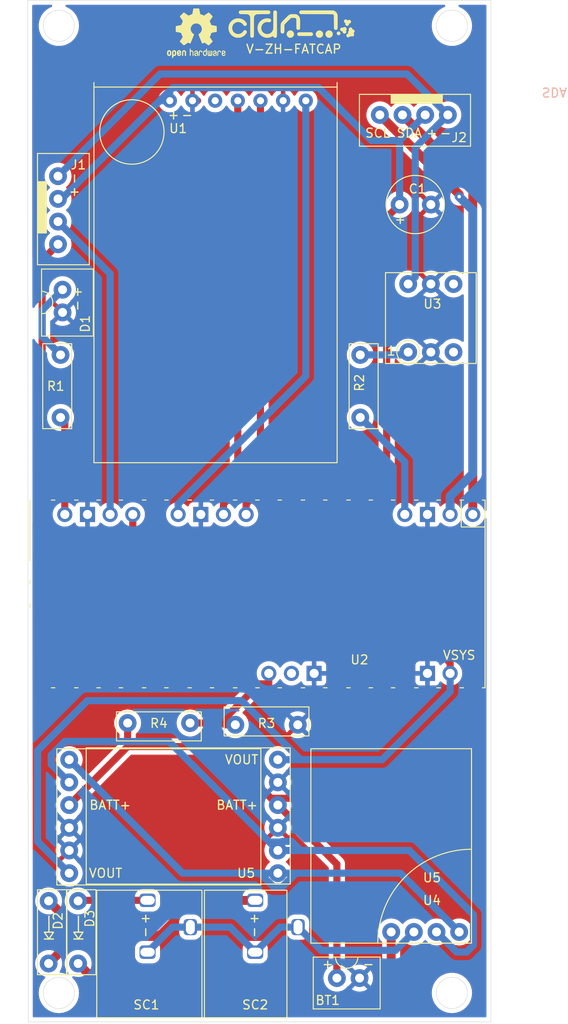
<source format=kicad_pcb>
(kicad_pcb (version 20211014) (generator pcbnew)
  (layers (0 "F.Cu" signal) (31 "B.Cu" signal) (34 "B.Paste" user) (35 "F.Paste" user) (36 "B.SilkS" user "B.Silkscreen") (37 "F.SilkS" user "F.Silkscreen") (38 "B.Mask" user) (39 "F.Mask" user) (44 "Edge.Cuts" user))
  (net 0 "")
  (net 1 "Net-(BT1-Pad1)")
  (net 2 "GND")
  (net 3 "VSYS")
  (net 4 "Net-(D1-Pad2)")
  (net 5 "Net-(D2-Pad1)")
  (net 6 "Net-(D2-Pad2)")
  (net 7 "Net-(D3-Pad2)")
  (net 8 "SSR")
  (net 9 "Net-(J1-Pad3)")
  (net 10 "Net-(J1-Pad4)")
  (net 11 "SDA")
  (net 12 "SCL")
  (net 13 "Net-(R1-Pad2)")
  (net 14 "Net-(R2-Pad1)")
  (net 15 "Net-(R2-Pad2)")
  (net 16 "Net-(R3-Pad2)")
  (net 17 "sol_gnd")
  (net 19 "Net-(U1-Pad4)")
  (net 20 "Net-(U1-Pad5)")
  (net 21 "Net-(U1-Pad7)")
  (net 22 "Net-(U4-Pad1)")
  (net 23 "Net-(U4-Pad2)")
  (footprint "PCB:CHRG1" (layer "F.Cu") (at 113.778 163.068 90)
    (fp_text reference "U5" (at 0 19.826 unlocked) (layer "F.SilkS"))
    (fp_text value "LIPO-Charging-Chip")
    (pad "1" thru_hole circle (at 0 0 90) (size 2 2) (drill 1) (layers *.Cu *.Mask) (net 3 "VSYS"))
    (pad "2" thru_hole circle (at 2.54 0 90) (size 2 2) (drill 1) (layers *.Cu *.Mask) (net 2 "GND"))
    (pad "3" thru_hole circle (at 5.08 0 90) (size 2 2) (drill 1) (layers *.Cu *.Mask) (net 2 "GND"))
    (pad "4" thru_hole circle (at 7.62 0 90) (size 2 2) (drill 1) (layers *.Cu *.Mask) (net 1 "Net-(BT1-Pad1)"))
    (pad "5" thru_hole circle (at 10.16 0 90) (size 2 2) (drill 1) (layers *.Cu *.Mask) (net 23 "Net-(U4-Pad2)"))
    (pad "6" thru_hole circle (at 12.7 0 90) (size 2 2) (drill 1) (layers *.Cu *.Mask) (net 22 "Net-(U4-Pad1)"))
  )
  (footprint "PCB:SIM800" (layer "F.Cu") (at 125.05 76.645 90)
    (fp_text reference "U1" (at -3.111 0.934 180) (layer "F.SilkS"))
    (fp_text value "SIM800L")
    (pad "1" thru_hole oval (at 0 0 90) (size 1.6 1.6) (drill 0.8) (layers *.Cu *.Mask) (net 3 "VSYS"))
    (pad "2" thru_hole oval (at 0 2.54 90) (size 1.6 1.6) (drill 0.8) (layers *.Cu *.Mask) (net 2 "GND"))
    (pad "3" thru_hole oval (at 0 5.08 90) (size 1.6 1.6) (drill 0.8) (layers *.Cu *.Mask))
    (pad "4" thru_hole oval (at 0 7.62 90) (size 1.6 1.6) (drill 0.8) (layers *.Cu *.Mask) (net 19 "Net-(U1-Pad4)"))
    (pad "5" thru_hole oval (at 0 10.16 90) (size 1.6 1.6) (drill 0.8) (layers *.Cu *.Mask) (net 20 "Net-(U1-Pad5)"))
    (pad "6" thru_hole oval (at 0 12.7 90) (size 1.6 1.6) (drill 0.8) (layers *.Cu *.Mask) (net 2 "GND"))
    (pad "7" thru_hole oval (at 0 15.24 90) (size 1.6 1.6) (drill 0.8) (layers *.Cu *.Mask) (net 21 "Net-(U1-Pad7)"))
  )
  (footprint "PCB:JST-2-M" (layer "F.Cu") (at 141.125 172.455)
    (fp_text reference "BT1" (at 1.623 4.837) (layer "F.SilkS"))
    (fp_text value "Battery")
    (pad "1" thru_hole circle (at 2.65 2.35) (size 2 2) (drill 1) (layers *.Cu *.Mask) (net 1 "Net-(BT1-Pad1)"))
    (pad "2" thru_hole circle (at 5.19 2.35) (size 2 2) (drill 1) (layers *.Cu *.Mask) (net 2 "GND"))
  )
  (footprint "PCB:2155 Connector" (layer "F.Cu") (at 134.62 179.705 90)
    (fp_text reference "SC2" (at 1.905 0 unlocked) (layer "F.SilkS"))
    (fp_text value "Solar_Cell")
    (pad "1" thru_hole roundrect (at 13.6 0 90) (size 1.5 1.8) (drill oval 1 1.6) (layers *.Cu *.Mask) (net 7 "Net-(D3-Pad2)"))
    (pad "GND" thru_hole roundrect (at 10.6 4.8 90) (size 1.8 1.5) (drill oval 1.6 1) (layers *.Cu *.Mask) (net 17 "sol_gnd"))
    (pad "GND" thru_hole roundrect (at 7.8 0 90) (size 1.5 1.8) (drill oval 1 1.6) (layers *.Cu *.Mask) (net 17 "sol_gnd"))
  )
  (footprint "PCB:CAP" (layer "F.Cu") (at 154.305 88.265)
    (fp_text reference "C1" (at -1.5 -1.75) (layer "F.SilkS"))
    (fp_text value "C")
    (pad "1" thru_hole circle locked (at 0 0) (size 2 2) (drill 1) (layers *.Cu *.Mask) (net 2 "GND"))
    (pad "2" thru_hole circle locked (at -3.5 0) (size 2 2) (drill 1) (layers *.Cu *.Mask) (net 3 "VSYS"))
  )
  (footprint "PCB:Pico-Removed-Pins" (layer "F.Cu") (at 135.636 132.08 -90)
    (fp_text reference "U2" (at 7.112 -10.668 unlocked) (layer "F.SilkS"))
    (fp_text value "Pico")
    (pad "1" thru_hole oval (at -9.144 -23.368 270) (size 1.7 1.7) (drill 1.02) (layers *.Cu *.Mask) (net 11 "SDA"))
    (pad "2" thru_hole oval (at -9.144 -20.828 270) (size 1.7 1.7) (drill 1.02) (layers *.Cu *.Mask) (net 12 "SCL"))
    (pad "3" thru_hole rect (at -9.144 -18.288 270) (size 1.7 1.7) (drill 1.02) (layers *.Cu *.Mask) (net 2 "GND"))
    (pad "4" thru_hole oval (at -9.144 -15.748 270) (size 1.7 1.7) (drill 1.02) (layers *.Cu *.Mask) (net 14 "Net-(R2-Pad1)"))
    (pad "11" thru_hole oval (at -9.144 2.032 270) (size 1.7 1.7) (drill 1.02) (layers *.Cu *.Mask) (net 20 "Net-(U1-Pad5)"))
    (pad "12" thru_hole oval (at -9.144 4.572 270) (size 1.7 1.7) (drill 1.02) (layers *.Cu *.Mask) (net 19 "Net-(U1-Pad4)"))
    (pad "13" thru_hole rect (at -9.144 7.112 270) (size 1.7 1.7) (drill 1.02) (layers *.Cu *.Mask) (net 2 "GND"))
    (pad "14" thru_hole oval (at -9.144 9.652 270) (size 1.7 1.7) (drill 1.02) (layers *.Cu *.Mask) (net 21 "Net-(U1-Pad7)"))
    (pad "16" thru_hole oval (at -9.144 14.732 270) (size 1.7 1.7) (drill 1.02) (layers *.Cu *.Mask) (net 10 "Net-(J1-Pad4)"))
    (pad "17" thru_hole oval (at -9.144 17.272 270) (size 1.7 1.7) (drill 1.02) (layers *.Cu *.Mask) (net 9 "Net-(J1-Pad3)"))
    (pad "18" thru_hole rect (at -9.144 19.812 270) (size 1.7 1.7) (drill 1.02) (layers *.Cu *.Mask) (net 2 "GND"))
    (pad "19" thru_hole oval (at -9.144 22.352 270) (size 1.7 1.7) (drill 1.02) (layers *.Cu *.Mask) (net 13 "Net-(R1-Pad2)"))
    (pad "31" thru_hole oval (at 8.636 -0.508 270) (size 1.7 1.7) (drill 1.02) (layers *.Cu *.Mask) (net 16 "Net-(R3-Pad2)"))
    (pad "32" thru_hole oval (at 8.636 -3.048 270) (size 1.7 1.7) (drill 1.02) (layers *.Cu *.Mask))
    (pad "33" thru_hole rect (at 8.636 -5.588 270) (size 1.7 1.7) (drill 1.02) (layers *.Cu *.Mask) (net 2 "GND"))
    (pad "38" thru_hole rect (at 8.636 -18.288 270) (size 1.7 1.7) (drill 1.02) (layers *.Cu *.Mask) (net 2 "GND"))
    (pad "39" thru_hole oval (at 8.636 -20.828 270) (size 1.7 1.7) (drill 1.02) (layers *.Cu *.Mask) (net 3 "VSYS"))
  )
  (footprint "PCB:Resistor" (layer "F.Cu") (at 144.145 108.585 90)
    (fp_text reference "R2" (at 0.381 2.159 90) (layer "F.SilkS"))
    (fp_text value "R")
    (pad "1" thru_hole circle locked (at -3.5 2.25 90) (size 2 2) (drill 1) (layers *.Cu *.Mask) (net 14 "Net-(R2-Pad1)"))
    (pad "2" thru_hole circle locked (at 3.5 2.25 90) (size 2 2) (drill 1) (layers *.Cu *.Mask) (net 15 "Net-(R2-Pad2)"))
  )
  (footprint "PCB:AQV252G" (layer "F.Cu") (at 154.305 100.965)
    (fp_text reference "U3" (at 0.1778 -1.5748 unlocked) (layer "F.SilkS"))
    (fp_text value "SSR")
    (pad "1" thru_hole circle (at -2.54 3.81) (size 2 2) (drill 1) (layers *.Cu *.Mask) (net 15 "Net-(R2-Pad2)"))
    (pad "2" thru_hole circle (at 0 3.81) (size 2 2) (drill 1) (layers *.Cu *.Mask) (net 2 "GND"))
    (pad "3" thru_hole circle (at 2.54 3.81) (size 2 2) (drill 1) (layers *.Cu *.Mask))
    (pad "4" thru_hole circle (at 2.54 -3.81) (size 2 2) (drill 1) (layers *.Cu *.Mask))
    (pad "5" thru_hole circle (at 0 -3.81) (size 2 2) (drill 1) (layers *.Cu *.Mask) (net 2 "GND"))
    (pad "6" thru_hole circle (at -2.54 -3.81) (size 2 2) (drill 1) (layers *.Cu *.Mask) (net 8 "SSR"))
  )
  (footprint "PCB:Resistor" (layer "F.Cu") (at 115.06 108.585 -90)
    (fp_text reference "R1" (at 0 2.792 180) (layer "F.SilkS"))
    (fp_text value "R")
    (pad "1" thru_hole circle locked (at -3.5 2.25 270) (size 2 2) (drill 1) (layers *.Cu *.Mask) (net 4 "Net-(D1-Pad2)"))
    (pad "2" thru_hole circle locked (at 3.5 2.25 270) (size 2 2) (drill 1) (layers *.Cu *.Mask) (net 13 "Net-(R1-Pad2)"))
  )
  (footprint "PCB:OSHW-Logo2_7.3x6mm_SilkScreen" (layer "F.Cu") (at 128.016 69.088)
    (fp_text reference "REF**" hide)
    (fp_text value "OSHW-Logo2_7.3x6mm_SilkScreen" hide)
  )
  (footprint "PCB:Resistor" (layer "F.Cu") (at 109.222 169.672 90)
    (fp_text reference "D3" (at 1.524 6.856 90) (layer "F.SilkS"))
    (fp_text value "D")
    (pad "1" thru_hole circle locked (at -3.5 2.25 90) (size 2 2) (drill 1) (layers *.Cu *.Mask) (net 5 "Net-(D2-Pad1)"))
    (pad "2" thru_hole circle locked (at 3.5 2.25 90) (size 2 2) (drill 1) (layers *.Cu *.Mask) (net 7 "Net-(D3-Pad2)"))
  )
  (footprint "PCB:Resistor" (layer "F.Cu") (at 135.89 148.715 180)
    (fp_text reference "R3" (at 0 2.411) (layer "F.SilkS"))
    (fp_text value "R")
    (pad "1" thru_hole circle locked (at -3.5 2.25 180) (size 2 2) (drill 1) (layers *.Cu *.Mask) (net 2 "GND"))
    (pad "2" thru_hole circle locked (at 3.5 2.25 180) (size 2 2) (drill 1) (layers *.Cu *.Mask) (net 16 "Net-(R3-Pad2)"))
  )
  (footprint "PCB:logo" (layer "F.Cu") (at 138.684 68.072)
    (fp_text reference "G***" hide)
    (fp_text value "LOGO" hide)
  )
  (footprint "PCB:JST-4PIN-M" (layer "F.Cu") (at 110.225 85.09 90)
    (fp_text reference "J1" (at 1.27 4.583 180) (layer "F.SilkS"))
    (fp_text value "SPARKX_I2C_STANDARDJS-1MM")
    (pad "1" thru_hole circle (at 0 2.3 90) (size 2 2) (drill 1) (layers *.Cu *.Mask) (net 8 "SSR"))
    (pad "2" thru_hole circle (at -2.54 2.3 90) (size 2 2) (drill 1) (layers *.Cu *.Mask) (net 3 "VSYS"))
    (pad "3" thru_hole circle (at -5.08 2.3 90) (size 2 2) (drill 1) (layers *.Cu *.Mask) (net 9 "Net-(J1-Pad3)"))
    (pad "4" thru_hole circle (at -7.62 2.3 90) (size 2 2) (drill 1) (layers *.Cu *.Mask) (net 10 "Net-(J1-Pad4)"))
  )
  (footprint "PCB:Resistor" (layer "F.Cu") (at 123.825 144.02)
    (fp_text reference "R4" (at 0 2.284) (layer "F.SilkS"))
    (fp_text value "R")
    (pad "1" thru_hole circle locked (at -3.5 2.25) (size 2 2) (drill 1) (layers *.Cu *.Mask) (net 1 "Net-(BT1-Pad1)"))
    (pad "2" thru_hole circle locked (at 3.5 2.25) (size 2 2) (drill 1) (layers *.Cu *.Mask) (net 16 "Net-(R3-Pad2)"))
  )
  (footprint "PCB:V-Regulator" (layer "F.Cu") (at 149.86 169.645 180)
    (fp_text reference "U4" (at -4.572 3.529) (layer "F.SilkS"))
    (fp_text value "VREG")
    (pad "1" thru_hole circle (at -7.62 0 180) (size 2 2) (drill 1) (layers *.Cu *.Mask) (net 22 "Net-(U4-Pad1)"))
    (pad "2" thru_hole circle (at -5.08 0 180) (size 2 2) (drill 1) (layers *.Cu *.Mask) (net 23 "Net-(U4-Pad2)"))
    (pad "3" thru_hole circle (at -2.54 0 180) (size 2 2) (drill 1) (layers *.Cu *.Mask) (net 17 "sol_gnd"))
    (pad "4" thru_hole circle (at 0 0 180) (size 2 2) (drill 1) (layers *.Cu *.Mask) (net 5 "Net-(D2-Pad1)"))
  )
  (footprint "PCB:Resistor" (layer "F.Cu") (at 112.524 169.672 90)
    (fp_text reference "D2" (at 1.27 -0.002 90) (layer "F.SilkS"))
    (fp_text value "D")
    (pad "1" thru_hole circle locked (at -3.5 2.25 90) (size 2 2) (drill 1) (layers *.Cu *.Mask) (net 5 "Net-(D2-Pad1)"))
    (pad "2" thru_hole circle locked (at 3.5 2.25 90) (size 2 2) (drill 1) (layers *.Cu *.Mask) (net 6 "Net-(D2-Pad2)"))
  )
  (footprint "PCB:CHRG_2" (layer "F.Cu") (at 138.684 154.432 -90)
    (fp_text reference "U5" (at 9.144 -15.748 unlocked) (layer "F.SilkS"))
    (fp_text value "CHRG")
    (pad "1" thru_hole circle (at -4.064 1.524 270) (size 2 2) (drill 1) (layers *.Cu *.Mask))
    (pad "2" thru_hole circle (at -1.524 1.524 270) (size 2 2) (drill 1) (layers *.Cu *.Mask) (net 2 "GND"))
    (pad "3" thru_hole circle (at 3.556 1.524 270) (size 2 2) (drill 1) (layers *.Cu *.Mask) (net 2 "GND"))
    (pad "4" thru_hole circle (at 1.016 1.524 270) (size 2 2) (drill 1) (layers *.Cu *.Mask))
    (pad "5" thru_hole circle (at 6.096 1.524 270) (size 2 2) (drill 1) (layers *.Cu *.Mask))
    (pad "6" thru_hole circle (at 8.636 1.524 270) (size 2 2) (drill 1) (layers *.Cu *.Mask))
  )
  (footprint "PCB:JST-2-M" (layer "F.Cu") (at 110.68 102.98 90)
    (fp_text reference "D1" (at 1.38 4.89 90) (layer "F.SilkS"))
    (fp_text value "JST-2-M")
    (pad "1" thru_hole circle (at 2.65 2.35 90) (size 2 2) (drill 1) (layers *.Cu *.Mask) (net 2 "GND"))
    (pad "2" thru_hole circle (at 5.19 2.35 90) (size 2 2) (drill 1) (layers *.Cu *.Mask) (net 4 "Net-(D1-Pad2)"))
  )
  (footprint "PCB:2155 Connector" (layer "F.Cu") (at 122.555 179.705 90)
    (fp_text reference "SC1" (at 1.905 -0.127 unlocked) (layer "F.SilkS"))
    (fp_text value "Solar_Cell")
    (pad "1" thru_hole roundrect (at 13.6 0 90) (size 1.5 1.8) (drill oval 1 1.6) (layers *.Cu *.Mask) (net 6 "Net-(D2-Pad2)"))
    (pad "GND" thru_hole roundrect (at 10.6 4.8 90) (size 1.8 1.5) (drill oval 1.6 1) (layers *.Cu *.Mask) (net 17 "sol_gnd"))
    (pad "GND" thru_hole roundrect (at 7.8 0 90) (size 1.5 1.8) (drill oval 1 1.6) (layers *.Cu *.Mask) (net 17 "sol_gnd"))
  )
  (footprint "PCB:JST-4PIN-M" (layer "F.Cu") (at 156.21 75.935)
    (fp_text reference "J2" (at 1.27 4.837) (layer "F.SilkS"))
    (fp_text value "SPARKX_I2C_STANDARDJS-1MM")
    (pad "1" thru_hole circle (at 0 2.3) (size 2 2) (drill 1) (layers *.Cu *.Mask) (net 8 "SSR"))
    (pad "2" thru_hole circle (at -2.54 2.3) (size 2 2) (drill 1) (layers *.Cu *.Mask) (net 3 "VSYS"))
    (pad "3" thru_hole circle (at -5.08 2.3) (size 2 2) (drill 1) (layers *.Cu *.Mask) (net 11 "SDA"))
    (pad "4" thru_hole circle (at -7.62 2.3) (size 2 2) (drill 1) (layers *.Cu *.Mask) (net 12 "SCL"))
  )
  (gr_line (start 114.808 169.672) (end 114.3 169.672) (layer "F.SilkS") (width 0.15))
  (gr_line (start 110.998 170.434) (end 112.014 170.434) (layer "F.SilkS") (width 0.15))
  (gr_line (start 114.808 170.434) (end 115.316 169.672) (layer "F.SilkS") (width 0.15))
  (gr_line (start 114.808 167.894) (end 114.808 169.672) (layer "F.SilkS") (width 0.15))
  (gr_line (start 114.3 170.434) (end 115.316 170.434) (layer "F.SilkS") (width 0.15))
  (gr_line (start 110.998 169.672) (end 111.506 170.434) (layer "F.SilkS") (width 0.15))
  (gr_line (start 114.3 169.672) (end 114.808 170.434) (layer "F.SilkS") (width 0.15))
  (gr_line (start 111.506 167.894) (end 111.506 169.672) (layer "F.SilkS") (width 0.15))
  (gr_line (start 115.316 169.672) (end 114.808 169.672) (layer "F.SilkS") (width 0.15))
  (gr_line (start 111.506 170.434) (end 112.014 169.672) (layer "F.SilkS") (width 0.15))
  (gr_line (start 111.506 169.672) (end 110.998 169.672) (layer "F.SilkS") (width 0.15))
  (gr_line (start 112.014 169.672) (end 111.506 169.672) (layer "F.SilkS") (width 0.15))
  (gr_line (start 161.036 179.705) (end 109.18825 179.705) (layer "Edge.Cuts") (width 0.05))
  (gr_circle (center 112.61725 176.4665) (end 114.36725 176.4665) (layer "Edge.Cuts") (width 0.05) (fill none))
  (gr_circle (center 156.66275 176.4665) (end 158.41275 176.4665) (layer "Edge.Cuts") (width 0.05) (fill none))
  (gr_line (start 109.18825 179.705) (end 109.12475 65.405) (layer "Edge.Cuts") (width 0.05))
  (gr_line (start 109.12475 65.405) (end 161.036 65.405) (layer "Edge.Cuts") (width 0.05))
  (gr_circle (center 112.61725 68.2625) (end 114.36725 68.2625) (layer "Edge.Cuts") (width 0.05) (fill none))
  (gr_line (start 161.036 65.405) (end 161.036 179.705) (layer "Edge.Cuts") (width 0.05))
  (gr_circle (center 156.66275 68.2625) (end 158.41275 68.2625) (layer "Edge.Cuts") (width 0.05) (fill none))
  (gr_text "SDA\n" (at 168.148 75.692 180) (layer "B.SilkS") (effects (font (size 1 1)) (justify mirror)))
  (gr_text "+\n" (at 122.428 168.148 270) (layer "F.SilkS") (effects (font (size 1 1))))
  (gr_text "1\n" (at 149.86 104.648) (layer "F.SilkS") (effects (font (size 1 1))))
  (gr_text "-\n" (at 114.808 99.568 270) (layer "F.SilkS") (effects (font (size 1 1)) (justify mirror)))
  (gr_text "BATT+\n" (at 118.364 155.448) (layer "F.SilkS") (effects (font (size 1 1))))
  (gr_text "VOUT" (at 133.096 150.368) (layer "F.SilkS") (effects (font (size 1 1))))
  (gr_text "-\n" (at 147.32 173.228) (layer "F.SilkS") (effects (font (size 1 1)) (justify mirror)))
  (gr_text "+\n" (at 154.432 80.264) (layer "F.SilkS") (effects (font (size 1 1))))
  (gr_text "BATT+\n" (at 132.588 155.448) (layer "F.SilkS") (effects (font (size 1 1))))
  (gr_text "+\n" (at 142.748 173.228) (layer "F.SilkS") (effects (font (size 1 1))))
  (gr_text "-\n" (at 134.62 169.672 270) (layer "F.SilkS") (effects (font (size 1 1)) (justify mirror)))
  (gr_text "+\n" (at 114.3 86.868 90) (layer "F.SilkS") (effects (font (size 1 1))))
  (gr_text "SCL" (at 148.336 80.264) (layer "F.SilkS") (effects (font (size 1 1))))
  (gr_text "SDA" (at 151.892 80.264) (layer "F.SilkS") (effects (font (size 1 1))))
  (gr_text "-\n" (at 114.3 85.344 90) (layer "F.SilkS") (effects (font (size 1 1)) (justify mirror)))
  (gr_text "-\n" (at 155.956 80.264) (layer "F.SilkS") (effects (font (size 1 1)) (justify mirror)))
  (gr_text "VOUT" (at 117.856 163.068) (layer "F.SilkS") (effects (font (size 1 1))))
  (gr_text "+\n" (at 114.808 98.044 270) (layer "F.SilkS") (effects (font (size 1 1))))
  (gr_text "-\n" (at 127 78.232) (layer "F.SilkS") (effects (font (size 1 1)) (justify mirror)))
  (gr_text "-\n" (at 122.428 169.672 270) (layer "F.SilkS") (effects (font (size 1 1)) (justify mirror)))
  (gr_text "+\n" (at 134.62 168.148 270) (layer "F.SilkS") (effects (font (size 1 1))))
  (gr_text "+\n" (at 125.476 78.232) (layer "F.SilkS") (effects (font (size 1 1))))
  (gr_text "+\n" (at 150.876 89.916) (layer "F.SilkS") (effects (font (size 1 1))))
  (gr_text "V-ZH-FATCAP" (at 138.938 70.866) (layer "F.SilkS") (effects (font (size 1 1))))
  (gr_text "VSYS" (at 157.48 138.684) (layer "F.SilkS") (effects (font (size 1 1))))
  (segment (start 138.43 156.718) (end 143.775 162.063) (width 0.8) (layer "F.Cu") (net 1))
  (segment (start 143.775 162.063) (end 143.775 174.805) (width 0.8) (layer "F.Cu") (net 1))
  (segment (start 139.192 155.956) (end 139.192 154.94) (width 0.8) (layer "F.Cu") (net 1))
  (segment (start 120.325 146.27) (end 120.325 148.901) (width 0.8) (layer "F.Cu") (net 1))
  (segment (start 130.613 148.901) (end 137.16 155.448) (width 0.8) (layer "F.Cu") (net 1))
  (segment (start 138.43 156.718) (end 139.192 155.956) (width 0.8) (layer "F.Cu") (net 1))
  (segment (start 139.192 154.94) (end 138.938 154.686) (width 0.8) (layer "F.Cu") (net 1))
  (segment (start 138.938 154.686) (end 136.398 154.686) (width 0.8) (layer "F.Cu") (net 1))
  (segment (start 120.325 148.901) (end 130.613 148.901) (width 0.8) (layer "F.Cu") (net 1))
  (segment (start 120.325 148.901) (end 113.778 155.448) (width 0.8) (layer "F.Cu") (net 1))
  (segment (start 137.16 155.448) (end 138.43 156.718) (width 0.8) (layer "F.Cu") (net 1))
  (segment (start 127.59 76.645) (end 128.1527 76.645) (width 0.8) (layer "F.Cu") (net 2))
  (segment (start 149.352 89.718) (end 150.805 88.265) (width 0.8) (layer "F.Cu") (net 3))
  (segment (start 156.464 140.716) (end 156.464 139.5407) (width 0.8) (layer "F.Cu") (net 3))
  (segment (start 149.352 132.4287) (end 149.352 89.718) (width 0.8) (layer "F.Cu") (net 3))
  (segment (start 156.464 139.5407) (end 149.352 132.4287) (width 0.8) (layer "F.Cu") (net 3))
  (segment (start 115.824 143.764) (end 133.096 143.764) (width 0.8) (layer "B.Cu") (net 3))
  (segment (start 125.05 75.774) (end 124.92285 75.64685) (width 0.8) (layer "B.Cu") (net 3))
  (segment (start 150.805 81.1) (end 150.805 88.265) (width 0.8) (layer "B.Cu") (net 3))
  (segment (start 150.805 81.1) (end 147.6565 81.1) (width 0.8) (layer "B.Cu") (net 3))
  (segment (start 125.3857 75.184) (end 124.92285 75.64685) (width 0.8) (layer "B.Cu") (net 3))
  (segment (start 110.236 159.526) (end 110.236 149.352) (width 0.8) (layer "B.Cu") (net 3))
  (segment (start 141.7405 75.184) (end 125.3857 75.184) (width 0.8) (layer "B.Cu") (net 3))
  (segment (start 113.778 163.068) (end 110.236 159.526) (width 0.8) (layer "B.Cu") (net 3))
  (segment (start 147.6565 81.1) (end 141.7405 75.184) (width 0.8) (layer "B.Cu") (net 3))
  (segment (start 133.096 143.764) (end 139.7 150.368) (width 0.8) (layer "B.Cu") (net 3))
  (segment (start 124.4874 76.645) (end 125.05 76.645) (width 0.8) (layer "B.Cu") (net 3))
  (segment (start 110.236 149.352) (end 115.824 143.764) (width 0.8) (layer "B.Cu") (net 3))
  (segment (start 148.844 150.368) (end 139.7 150.368) (width 0.8) (layer "B.Cu") (net 3))
  (segment (start 125.05 76.645) (end 125.05 75.774) (width 0.8) (layer "B.Cu") (net 3))
  (segment (start 124.92285 75.64685) (end 123.9247 76.645) (width 0.8) (layer "B.Cu") (net 3))
  (segment (start 153.67 78.235) (end 150.805 81.1) (width 0.8) (layer "B.Cu") (net 3))
  (segment (start 139.7 150.368) (end 137.16 150.368) (width 0.8) (layer "B.Cu") (net 3))
  (segment (start 156.464 142.748) (end 148.844 150.368) (width 0.8) (layer "B.Cu") (net 3))
  (segment (start 124.4874 76.645) (end 123.9247 76.645) (width 0.8) (layer "B.Cu") (net 3))
  (segment (start 156.464 140.716) (end 156.464 142.748) (width 0.8) (layer "B.Cu") (net 3))
  (segment (start 112.525 87.63) (end 112.9397 87.63) (width 0.8) (layer "B.Cu") (net 3))
  (segment (start 112.9397 87.63) (end 123.9247 76.645) (width 0.8) (layer "B.Cu") (net 3))
  (segment (start 110.744 103.019) (end 112.81 105.085) (width 0.8) (layer "B.Cu") (net 4))
  (segment (start 110.744 100.096) (end 110.744 103.019) (width 0.8) (layer "B.Cu") (net 4))
  (segment (start 113.03 97.81) (end 110.744 100.096) (width 0.8) (layer "B.Cu") (net 4))
  (segment (start 121.666 177.038) (end 121.666 177.292) (width 1) (layer "F.Cu") (net 5))
  (segment (start 114.774 173.172) (end 118.894 177.292) (width 1) (layer "F.Cu") (net 5))
  (segment (start 111.472 173.172) (end 113.956 170.688) (width 1) (layer "F.Cu") (net 5))
  (segment (start 118.894 177.292) (end 121.666 177.292) (width 1) (layer "F.Cu") (net 5))
  (segment (start 147.574 177.292) (end 149.86 175.006) (width 1) (layer "F.Cu") (net 5))
  (segment (start 115.316 170.688) (end 121.666 177.038) (width 1) (layer "F.Cu") (net 5))
  (segment (start 121.666 177.292) (end 147.574 177.292) (width 1) (layer "F.Cu") (net 5))
  (segment (start 149.86 175.006) (end 149.86 169.645) (width 1) (layer "F.Cu") (net 5))
  (segment (start 113.956 170.688) (end 115.316 170.688) (width 1) (layer "F.Cu") (net 5))
  (segment (start 122.555 166.105) (end 114.841 166.105) (width 0.8) (layer "F.Cu") (net 6))
  (segment (start 114.841 166.105) (end 114.774 166.172) (width 0.8) (layer "F.Cu") (net 6))
  (segment (start 123.19 168.656) (end 113.956 168.656) (width 1) (layer "F.Cu") (net 7))
  (segment (start 125.73 166.116) (end 123.19 168.656) (width 1) (layer "F.Cu") (net 7))
  (segment (start 134.62 166.105) (end 134.609 166.116) (width 1) (layer "F.Cu") (net 7))
  (segment (start 113.956 168.656) (end 111.472 166.172) (width 1) (layer "F.Cu") (net 7))
  (segment (start 134.609 166.116) (end 125.73 166.116) (width 1) (layer "F.Cu") (net 7))
  (segment (start 152.5551 96.3649) (end 151.765 97.155) (width 0.8) (layer "B.Cu") (net 8))
  (segment (start 152.5551 81.8899) (end 152.5551 96.3649) (width 0.8) (layer "B.Cu") (net 8))
  (segment (start 156.21 78.235) (end 152.5551 81.8899) (width 0.8) (layer "B.Cu") (net 8))
  (segment (start 156.21 78.235) (end 151.635 73.66) (width 0.8) (layer "B.Cu") (net 8))
  (segment (start 151.635 73.66) (end 123.955 73.66) (width 0.8) (layer "B.Cu") (net 8))
  (segment (start 123.955 73.66) (end 112.525 85.09) (width 0.8) (layer "B.Cu") (net 8))
  (segment (start 118.364 96.009) (end 118.364 122.936) (width 0.8) (layer "B.Cu") (net 9))
  (segment (start 112.525 90.17) (end 118.364 96.009) (width 0.8) (layer "B.Cu") (net 9))
  (segment (start 110.744 123.444) (end 110.744 94.491) (width 0.8) (layer "F.Cu") (net 10))
  (segment (start 119.888 125.476) (end 112.776 125.476) (width 0.8) (layer "F.Cu") (net 10))
  (segment (start 120.904 124.46) (end 119.888 125.476) (width 0.8) (layer "F.Cu") (net 10))
  (segment (start 112.776 125.476) (end 110.744 123.444) (width 0.8) (layer "F.Cu") (net 10))
  (segment (start 110.744 94.491) (end 112.525 92.71) (width 0.8) (layer "F.Cu") (net 10))
  (segment (start 120.904 122.936) (end 120.904 124.46) (width 0.8) (layer "F.Cu") (net 10))
  (segment (start 159.004 86.109) (end 159.004 122.936) (width 1) (layer "F.Cu") (net 11))
  (segment (start 151.13 78.235) (end 159.004 86.109) (width 1) (layer "F.Cu") (net 11))
  (segment (start 157.48 87.125) (end 157.48 87.376) (width 1) (layer "F.Cu") (net 12))
  (segment (start 148.59 78.235) (end 157.48 87.125) (width 1) (layer "F.Cu") (net 12))
  (via (at 157.48 87.376) (size 0.8) (drill 0.4) (layers "F.Cu" "B.Cu") (net 12))
  (segment (start 156.464 120.904) (end 156.464 122.936) (width 1) (layer "B.Cu") (net 12))
  (segment (start 159.004 118.364) (end 156.464 120.904) (width 1) (layer "B.Cu") (net 12))
  (segment (start 159.004 88.9) (end 159.004 118.364) (width 1) (layer "B.Cu") (net 12))
  (segment (start 157.48 87.376) (end 159.004 88.9) (width 1) (layer "B.Cu") (net 12))
  (segment (start 113.284 112.559) (end 113.284 122.936) (width 0.8) (layer "F.Cu") (net 13))
  (segment (start 112.81 112.085) (end 113.284 112.559) (width 0.8) (layer "F.Cu") (net 13))
  (segment (start 146.395 112.085) (end 151.384 117.074) (width 0.8) (layer "B.Cu") (net 14))
  (segment (start 151.384 117.074) (end 151.384 122.936) (width 0.8) (layer "B.Cu") (net 14))
  (segment (start 146.395 105.085) (end 151.455 105.085) (width 0.8) (layer "B.Cu") (net 15))
  (segment (start 151.455 105.085) (end 151.765 104.775) (width 0.8) (layer "B.Cu") (net 15))
  (segment (start 135.0847 141.8913) (end 136.144 141.8913) (width 0.8) (layer "F.Cu") (net 16))
  (segment (start 131.054 146.27) (end 131.054 145.922) (width 0.8) (layer "F.Cu") (net 16))
  (segment (start 131.054 145.922) (end 135.0847 141.8913) (width 0.8) (layer "F.Cu") (net 16))
  (segment (start 127.325 146.27) (end 131.054 146.27) (width 0.8) (layer "F.Cu") (net 16))
  (segment (start 131.249 146.465) (end 131.054 146.27) (width 0.8) (layer "F.Cu") (net 16))
  (segment (start 132.39 146.465) (end 131.249 146.465) (width 0.8) (layer "F.Cu") (net 16))
  (segment (start 136.144 140.716) (end 136.144 141.8913) (width 0.8) (layer "F.Cu") (net 16))
  (segment (start 131.82 169.105) (end 127.355 169.105) (width 0.8) (layer "B.Cu") (net 17))
  (segment (start 125.355 169.105) (end 127.355 169.105) (width 0.8) (layer "B.Cu") (net 17))
  (segment (start 139.42 169.105) (end 137.42 169.105) (width 0.8) (layer "B.Cu") (net 17))
  (segment (start 152.4 169.645) (end 150.341 171.704) (width 0.8) (layer "B.Cu") (net 17))
  (segment (start 142.019 171.704) (end 139.42 169.105) (width 0.8) (layer "B.Cu") (net 17))
  (segment (start 150.341 171.704) (end 142.019 171.704) (width 0.8) (layer "B.Cu") (net 17))
  (segment (start 134.62 171.905) (end 131.82 169.105) (width 0.8) (layer "B.Cu") (net 17))
  (segment (start 137.42 169.105) (end 134.62 171.905) (width 0.8) (layer "B.Cu") (net 17))
  (segment (start 122.555 171.905) (end 125.355 169.105) (width 0.8) (layer "B.Cu") (net 17))
  (segment (start 132.67 120.1547) (end 131.064 121.7607) (width 0.8) (layer "F.Cu") (net 19))
  (segment (start 131.064 122.936) (end 131.064 121.7607) (width 0.8) (layer "F.Cu") (net 19))
  (segment (start 132.67 76.645) (end 132.67 120.1547) (width 0.8) (layer "F.Cu") (net 19))
  (segment (start 135.21 76.645) (end 135.21 120.1547) (width 0.8) (layer "F.Cu") (net 20))
  (segment (start 135.21 120.1547) (end 133.604 121.7607) (width 0.8) (layer "F.Cu") (net 20))
  (segment (start 133.604 122.936) (end 133.604 121.7607) (width 0.8) (layer "F.Cu") (net 20))
  (segment (start 140.29 107.4547) (end 125.984 121.7607) (width 0.8) (layer "B.Cu") (net 21))
  (segment (start 140.29 76.645) (end 140.29 107.4547) (width 0.8) (layer "B.Cu") (net 21))
  (segment (start 125.984 122.936) (end 125.984 121.7607) (width 0.8) (layer "B.Cu") (net 21))
  (segment (start 113.778 150.368) (end 126.478 163.068) (width 0.8) (layer "B.Cu") (net 22))
  (segment (start 135.128 163.068) (end 137.16 163.068) (width 0.8) (layer "B.Cu") (net 22))
  (segment (start 137.668 164.592) (end 139.192 163.068) (width 0.8) (layer "B.Cu") (net 22))
  (segment (start 150.903 163.068) (end 157.48 169.645) (width 0.8) (layer "B.Cu") (net 22))
  (segment (start 135.128 163.068) (end 136.652 164.592) (width 0.8) (layer "B.Cu") (net 22))
  (segment (start 137.16 163.068) (end 139.192 163.068) (width 0.8) (layer "B.Cu") (net 22))
  (segment (start 126.478 163.068) (end 135.128 163.068) (width 0.8) (layer "B.Cu") (net 22))
  (segment (start 136.652 164.592) (end 137.668 164.592) (width 0.8) (layer "B.Cu") (net 22))
  (segment (start 139.192 163.068) (end 150.903 163.068) (width 0.8) (layer "B.Cu") (net 22))
  (segment (start 113.778 152.908) (end 112.4319 151.5619) (width 0.8) (layer "B.Cu") (net 23))
  (segment (start 136.144 159.512) (end 136.22 159.588) (width 0.8) (layer "B.Cu") (net 23))
  (segment (start 112.4319 151.5619) (end 112.4319 151.5479) (width 0.8) (layer "B.Cu") (net 23))
  (segment (start 139.7 160.528) (end 138.684 159.512) (width 0.8) (layer "B.Cu") (net 23))
  (segment (start 157.18105 171.88605) (end 154.94 169.645) (width 0.8) (layer "B.Cu") (net 23))
  (segment (start 138.684 159.512) (end 137.668 159.512) (width 0.8) (layer "B.Cu") (net 23))
  (segment (start 158.31395 171.88605) (end 157.18105 171.88605) (width 0.8) (layer "B.Cu") (net 23))
  (segment (start 159.08 167.716) (end 159.08 171.12) (width 0.8) (layer "B.Cu") (net 23))
  (segment (start 139.7 160.528) (end 151.892 160.528) (width 0.8) (layer "B.Cu") (net 23))
  (segment (start 112.4319 151.5479) (end 111.76 150.876) (width 0.8) (layer "B.Cu") (net 23))
  (segment (start 111.76 150.876) (end 111.76 149.86) (width 0.8) (layer "B.Cu") (net 23))
  (segment (start 113.284 148.336) (end 124.968 148.336) (width 0.8) (layer "B.Cu") (net 23))
  (segment (start 137.16 160.528) (end 139.7 160.528) (width 0.8) (layer "B.Cu") (net 23))
  (segment (start 137.16 160.528) (end 136.144 159.512) (width 0.8) (layer "B.Cu") (net 23))
  (segment (start 159.08 171.12) (end 158.31395 171.88605) (width 0.8) (layer "B.Cu") (net 23))
  (segment (start 151.892 160.528) (end 159.08 167.716) (width 0.8) (layer "B.Cu") (net 23))
  (segment (start 136.22 159.588) (end 137.668 159.588) (width 0.8) (layer "B.Cu") (net 23))
  (segment (start 124.968 148.336) (end 136.144 159.512) (width 0.8) (layer "B.Cu") (net 23))
  (segment (start 111.76 149.86) (end 113.284 148.336) (width 0.8) (layer "B.Cu") (net 23))
  (zone (net 2) (net_name "GND") (layer "F.Cu") (connect_pads (clearance 0.508)) (min_thickness 0.254) (fill yes (thermal_gap 0.508) (thermal_bridge_width 0.508))
    (polygon (pts (xy 161.036 179.832) (xy 109.22 179.832) (xy 109.22 65.532) (xy 161.036 65.532)))
  )
  (zone (net 2) (net_name "GND") (layer "B.Cu") (connect_pads (clearance 0.508)) (min_thickness 0.254) (fill yes (thermal_gap 0.508) (thermal_bridge_width 0.508))
    (polygon (pts (xy 161.036 179.832) (xy 109.22 179.832) (xy 109.22 65.532) (xy 161.036 65.532)))
  )
)
</source>
